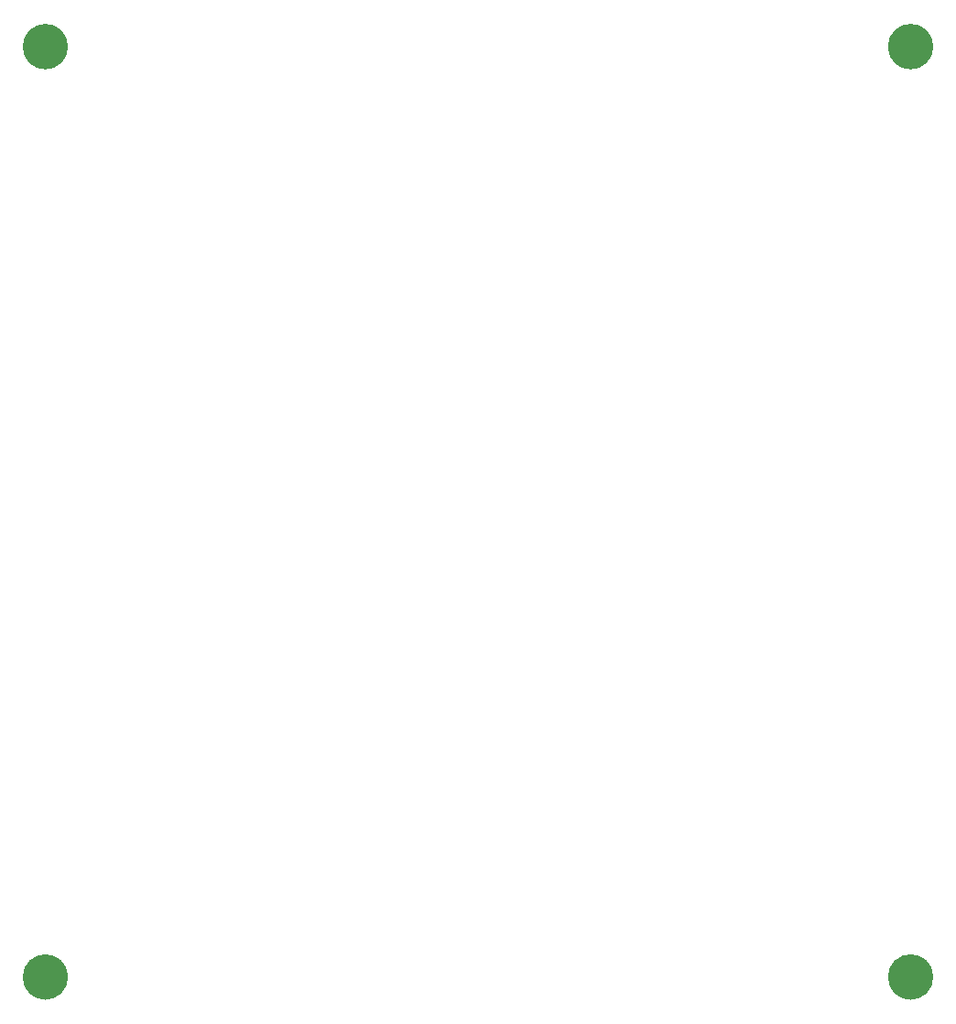
<source format=gbp>
%TF.GenerationSoftware,KiCad,Pcbnew,6.0.11+dfsg-1*%
%TF.CreationDate,2023-05-03T21:30:48-05:00*%
%TF.ProjectId,CubesatPwrBoard,43756265-7361-4745-9077-72426f617264,rev?*%
%TF.SameCoordinates,Original*%
%TF.FileFunction,Paste,Bot*%
%TF.FilePolarity,Positive*%
%FSLAX46Y46*%
G04 Gerber Fmt 4.6, Leading zero omitted, Abs format (unit mm)*
G04 Created by KiCad (PCBNEW 6.0.11+dfsg-1) date 2023-05-03 21:30:48*
%MOMM*%
%LPD*%
G01*
G04 APERTURE LIST*
%ADD10C,2.088486*%
G04 APERTURE END LIST*
D10*
X192544243Y-50500000D02*
G75*
G03*
X192544243Y-50500000I-1044243J0D01*
G01*
X112544243Y-136500000D02*
G75*
G03*
X112544243Y-136500000I-1044243J0D01*
G01*
X112544243Y-50500000D02*
G75*
G03*
X112544243Y-50500000I-1044243J0D01*
G01*
X192544243Y-136500000D02*
G75*
G03*
X192544243Y-136500000I-1044243J0D01*
G01*
M02*

</source>
